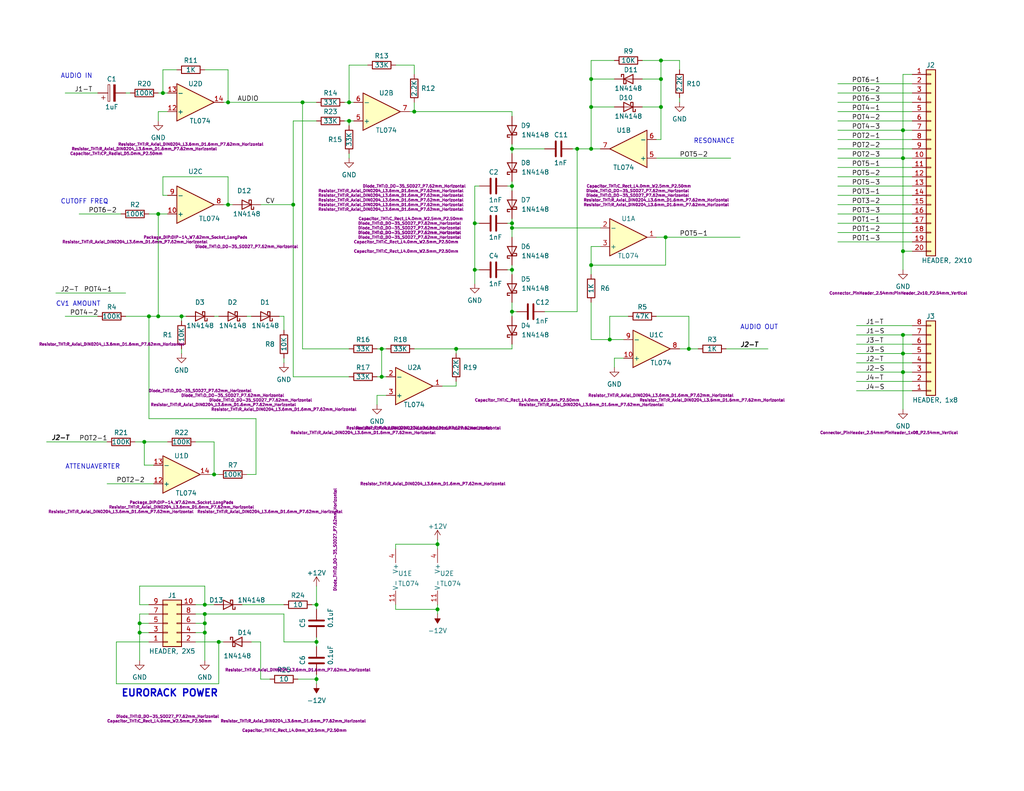
<source format=kicad_sch>
(kicad_sch (version 20211123) (generator eeschema)
  (paper "A")
  (title_block (title "VOLTAGE CONTROLLED FILTER") (date "2022-10-21") (rev "1"))
  (lib_symbols
    (symbol "Amplifier_Operational:TL074" (pin_names (offset 0.127))
      (property "Reference" "U" (at 0 5.08 0))
      (property "Value" "TL074" (at 0 -5.08 0))
      (symbol "TL074_1_1"
        (polyline (pts (xy -5.08 5.08) (xy 5.08 0) (xy -5.08 -5.08) (xy -5.08 5.08)) (stroke (width 0.254)) (fill (type background)))
        (pin output line (at 7.62 0 180) (length 2.54) (name "~") (number "1"))
        (pin input line (at -7.62 -2.54 0) (length 2.54) (name "-") (number "2"))
        (pin input line (at -7.62 2.54 0) (length 2.54) (name "+") (number "3"))
      )
      (symbol "TL074_2_1"
        (polyline (pts (xy -5.08 5.08) (xy 5.08 0) (xy -5.08 -5.08) (xy -5.08 5.08)) (stroke (width 0.254)) (fill (type background)))
        (pin input line (at -7.62 2.54 0) (length 2.54) (name "+") (number "5"))
        (pin input line (at -7.62 -2.54 0) (length 2.54) (name "-") (number "6"))
        (pin output line (at 7.62 0 180) (length 2.54) (name "~") (number "7"))
      )
      (symbol "TL074_3_1"
        (polyline (pts (xy -5.08 5.08) (xy 5.08 0) (xy -5.08 -5.08) (xy -5.08 5.08)) (stroke (width 0.254)) (fill (type background)))
        (pin input line (at -7.62 2.54 0) (length 2.54) (name "+") (number "10"))
        (pin output line (at 7.62 0 180) (length 2.54) (name "~") (number "8"))
        (pin input line (at -7.62 -2.54 0) (length 2.54) (name "-") (number "9"))
      )
      (symbol "TL074_4_1"
        (polyline (pts (xy -5.08 5.08) (xy 5.08 0) (xy -5.08 -5.08) (xy -5.08 5.08)) (stroke (width 0.254)) (fill (type background)))
        (pin input line (at -7.62 2.54 0) (length 2.54) (name "+") (number "12"))
        (pin input line (at -7.62 -2.54 0) (length 2.54) (name "-") (number "13"))
        (pin output line (at 7.62 0 180) (length 2.54) (name "~") (number "14"))
      )
      (symbol "TL074_5_1"
        (pin power_in line (at -2.54 -7.62 90) (length 3.81) (name "V-") (number "11"))
        (pin power_in line (at -2.54 7.62 270) (length 3.81) (name "V+") (number "4"))
      )
    )
    (symbol "Connector_Generic:Conn_01x08" (pin_names (offset 1.016) hide)
      (property "Reference" "J" (at 0 10.16 0))
      (property "Value" "Conn_01x08" (at 0 -12.7 0))
      (symbol "Conn_01x08_1_1"
        (rectangle (start -1.27 -10.033) (end 0 -10.287) (stroke (width 0.1524)))
        (rectangle (start -1.27 -7.493) (end 0 -7.747) (stroke (width 0.1524)))
        (rectangle (start -1.27 -4.953) (end 0 -5.207) (stroke (width 0.1524)))
        (rectangle (start -1.27 -2.413) (end 0 -2.667) (stroke (width 0.1524)))
        (rectangle (start -1.27 0.127) (end 0 -0.127) (stroke (width 0.1524)))
        (rectangle (start -1.27 2.667) (end 0 2.413) (stroke (width 0.1524)))
        (rectangle (start -1.27 5.207) (end 0 4.953) (stroke (width 0.1524)))
        (rectangle (start -1.27 7.747) (end 0 7.493) (stroke (width 0.1524)))
        (rectangle (start -1.27 8.89) (end 1.27 -11.43) (stroke (width 0.254)) (fill (type background)))
        (pin passive line (at -5.08 7.62 0) (length 3.81) (name "Pin_1") (number "1"))
        (pin passive line (at -5.08 5.08 0) (length 3.81) (name "Pin_2") (number "2"))
        (pin passive line (at -5.08 2.54 0) (length 3.81) (name "Pin_3") (number "3"))
        (pin passive line (at -5.08 0 0) (length 3.81) (name "Pin_4") (number "4"))
        (pin passive line (at -5.08 -2.54 0) (length 3.81) (name "Pin_5") (number "5"))
        (pin passive line (at -5.08 -5.08 0) (length 3.81) (name "Pin_6") (number "6"))
        (pin passive line (at -5.08 -7.62 0) (length 3.81) (name "Pin_7") (number "7"))
        (pin passive line (at -5.08 -10.16 0) (length 3.81) (name "Pin_8") (number "8"))
      )
    )
    (symbol "Connector_Generic:Conn_01x20" (pin_names (offset 1.016) hide)
      (property "Reference" "J" (at 0 25.4 0))
      (property "Value" "Conn_01x20" (at 0 -27.94 0))
      (symbol "Conn_01x20_1_1"
        (rectangle (start -1.27 -25.273) (end 0 -25.527) (stroke (width 0.1524)))
        (rectangle (start -1.27 -22.733) (end 0 -22.987) (stroke (width 0.1524)))
        (rectangle (start -1.27 -20.193) (end 0 -20.447) (stroke (width 0.1524)))
        (rectangle (start -1.27 -17.653) (end 0 -17.907) (stroke (width 0.1524)))
        (rectangle (start -1.27 -15.113) (end 0 -15.367) (stroke (width 0.1524)))
        (rectangle (start -1.27 -12.573) (end 0 -12.827) (stroke (width 0.1524)))
        (rectangle (start -1.27 -10.033) (end 0 -10.287) (stroke (width 0.1524)))
        (rectangle (start -1.27 -7.493) (end 0 -7.747) (stroke (width 0.1524)))
        (rectangle (start -1.27 -4.953) (end 0 -5.207) (stroke (width 0.1524)))
        (rectangle (start -1.27 -2.413) (end 0 -2.667) (stroke (width 0.1524)))
        (rectangle (start -1.27 0.127) (end 0 -0.127) (stroke (width 0.1524)))
        (rectangle (start -1.27 2.667) (end 0 2.413) (stroke (width 0.1524)))
        (rectangle (start -1.27 5.207) (end 0 4.953) (stroke (width 0.1524)))
        (rectangle (start -1.27 7.747) (end 0 7.493) (stroke (width 0.1524)))
        (rectangle (start -1.27 10.287) (end 0 10.033) (stroke (width 0.1524)))
        (rectangle (start -1.27 12.827) (end 0 12.573) (stroke (width 0.1524)))
        (rectangle (start -1.27 15.367) (end 0 15.113) (stroke (width 0.1524)))
        (rectangle (start -1.27 17.907) (end 0 17.653) (stroke (width 0.1524)))
        (rectangle (start -1.27 20.447) (end 0 20.193) (stroke (width 0.1524)))
        (rectangle (start -1.27 22.987) (end 0 22.733) (stroke (width 0.1524)))
        (rectangle (start -1.27 24.13) (end 1.27 -26.67) (stroke (width 0.254)) (fill (type background)))
        (pin passive line (at -5.08 22.86 0) (length 3.81) (name "Pin_1") (number "1"))
        (pin passive line (at -5.08 0 0) (length 3.81) (name "Pin_10") (number "10"))
        (pin passive line (at -5.08 -2.54 0) (length 3.81) (name "Pin_11") (number "11"))
        (pin passive line (at -5.08 -5.08 0) (length 3.81) (name "Pin_12") (number "12"))
        (pin passive line (at -5.08 -7.62 0) (length 3.81) (name "Pin_13") (number "13"))
        (pin passive line (at -5.08 -10.16 0) (length 3.81) (name "Pin_14") (number "14"))
        (pin passive line (at -5.08 -12.7 0) (length 3.81) (name "Pin_15") (number "15"))
        (pin passive line (at -5.08 -15.24 0) (length 3.81) (name "Pin_16") (number "16"))
        (pin passive line (at -5.08 -17.78 0) (length 3.81) (name "Pin_17") (number "17"))
        (pin passive line (at -5.08 -20.32 0) (length 3.81) (name "Pin_18") (number "18"))
        (pin passive line (at -5.08 -22.86 0) (length 3.81) (name "Pin_19") (number "19"))
        (pin passive line (at -5.08 20.32 0) (length 3.81) (name "Pin_2") (number "2"))
        (pin passive line (at -5.08 -25.4 0) (length 3.81) (name "Pin_20") (number "20"))
        (pin passive line (at -5.08 17.78 0) (length 3.81) (name "Pin_3") (number "3"))
        (pin passive line (at -5.08 15.24 0) (length 3.81) (name "Pin_4") (number "4"))
        (pin passive line (at -5.08 12.7 0) (length 3.81) (name "Pin_5") (number "5"))
        (pin passive line (at -5.08 10.16 0) (length 3.81) (name "Pin_6") (number "6"))
        (pin passive line (at -5.08 7.62 0) (length 3.81) (name "Pin_7") (number "7"))
        (pin passive line (at -5.08 5.08 0) (length 3.81) (name "Pin_8") (number "8"))
        (pin passive line (at -5.08 2.54 0) (length 3.81) (name "Pin_9") (number "9"))
      )
    )
    (symbol "Connector_Generic:Conn_02x05_Odd_Even" (pin_names (offset 1.016) hide)
      (property "Reference" "J" (at 1.27 7.62 0))
      (property "Value" "Conn_02x05_Odd_Even" (at 1.27 -7.62 0))
      (symbol "Conn_02x05_Odd_Even_1_1"
        (rectangle (start -1.27 -4.953) (end 0 -5.207) (stroke (width 0.1524)))
        (rectangle (start -1.27 -2.413) (end 0 -2.667) (stroke (width 0.1524)))
        (rectangle (start -1.27 0.127) (end 0 -0.127) (stroke (width 0.1524)))
        (rectangle (start -1.27 2.667) (end 0 2.413) (stroke (width 0.1524)))
        (rectangle (start -1.27 5.207) (end 0 4.953) (stroke (width 0.1524)))
        (rectangle (start -1.27 6.35) (end 3.81 -6.35) (stroke (width 0.254)) (fill (type background)))
        (rectangle (start 3.81 -4.953) (end 2.54 -5.207) (stroke (width 0.1524)))
        (rectangle (start 3.81 -2.413) (end 2.54 -2.667) (stroke (width 0.1524)))
        (rectangle (start 3.81 0.127) (end 2.54 -0.127) (stroke (width 0.1524)))
        (rectangle (start 3.81 2.667) (end 2.54 2.413) (stroke (width 0.1524)))
        (rectangle (start 3.81 5.207) (end 2.54 4.953) (stroke (width 0.1524)))
        (pin passive line (at -5.08 5.08 0) (length 3.81) (name "Pin_1") (number "1"))
        (pin passive line (at 7.62 -5.08 180) (length 3.81) (name "Pin_10") (number "10"))
        (pin passive line (at 7.62 5.08 180) (length 3.81) (name "Pin_2") (number "2"))
        (pin passive line (at -5.08 2.54 0) (length 3.81) (name "Pin_3") (number "3"))
        (pin passive line (at 7.62 2.54 180) (length 3.81) (name "Pin_4") (number "4"))
        (pin passive line (at -5.08 0 0) (length 3.81) (name "Pin_5") (number "5"))
        (pin passive line (at 7.62 0 180) (length 3.81) (name "Pin_6") (number "6"))
        (pin passive line (at -5.08 -2.54 0) (length 3.81) (name "Pin_7") (number "7"))
        (pin passive line (at 7.62 -2.54 180) (length 3.81) (name "Pin_8") (number "8"))
        (pin passive line (at -5.08 -5.08 0) (length 3.81) (name "Pin_9") (number "9"))
      )
    )
    (symbol "Device:C" (pin_numbers hide) (pin_names (offset 0.254))
      (property "Reference" "C" (at 0.635 2.54 0))
      (property "Value" "C" (at 0.635 -2.54 0))
      (symbol "C_0_1"
        (polyline (pts (xy -2.032 -0.762) (xy 2.032 -0.762)) (stroke (width 0.508)))
        (polyline (pts (xy -2.032 0.762) (xy 2.032 0.762)) (stroke (width 0.508)))
      )
      (symbol "C_1_1"
        (pin passive line (at 0 3.81 270) (length 2.794) (name "~") (number "1"))
        (pin passive line (at 0 -3.81 90) (length 2.794) (name "~") (number "2"))
      )
    )
    (symbol "Device:C_Polarized" (pin_numbers hide) (pin_names (offset 0.254))
      (property "Reference" "C" (at 0.635 2.54 0))
      (property "Value" "C_Polarized" (at 0.635 -2.54 0))
      (symbol "C_Polarized_0_1"
        (rectangle (start -2.286 0.508) (end 2.286 1.016))
        (polyline (pts (xy -1.778 2.286) (xy -0.762 2.286)))
        (polyline (pts (xy -1.27 2.794) (xy -1.27 1.778)))
        (rectangle (start 2.286 -0.508) (end -2.286 -1.016) (fill (type outline)))
      )
      (symbol "C_Polarized_1_1"
        (pin passive line (at 0 3.81 270) (length 2.794) (name "~") (number "1"))
        (pin passive line (at 0 -3.81 90) (length 2.794) (name "~") (number "2"))
      )
    )
    (symbol "Device:D_Schottky" (pin_numbers hide) (pin_names (offset 1.016) hide)
      (property "Reference" "D" (at 0 2.54 0))
      (property "Value" "D_Schottky" (at 0 -2.54 0))
      (symbol "D_Schottky_0_1"
        (polyline (pts (xy 1.27 0) (xy -1.27 0)))
        (polyline (pts (xy 1.27 1.27) (xy 1.27 -1.27) (xy -1.27 0) (xy 1.27 1.27)) (stroke (width 0.254)))
        (polyline (pts (xy -1.905 0.635) (xy -1.905 1.27) (xy -1.27 1.27) (xy -1.27 -1.27) (xy -0.635 -1.27) (xy -0.635 -0.635)) (stroke (width 0.254)))
      )
      (symbol "D_Schottky_1_1"
        (pin passive line (at -3.81 0 0) (length 2.54) (name "K") (number "1"))
        (pin passive line (at 3.81 0 180) (length 2.54) (name "A") (number "2"))
      )
    )
    (symbol "Device:R" (pin_numbers hide) (pin_names (offset 0))
      (property "Reference" "R" (at 2.032 0 90))
      (property "Value" "R" (at 0 0 90))
      (symbol "R_0_1"
        (rectangle (start -1.016 -2.54) (end 1.016 2.54) (stroke (width 0.254)))
      )
      (symbol "R_1_1"
        (pin passive line (at 0 3.81 270) (length 1.27) (name "~") (number "1"))
        (pin passive line (at 0 -3.81 90) (length 1.27) (name "~") (number "2"))
      )
    )
    (symbol "power:+12V" (power) (pin_names (offset 0))
      (property "Value" "+12V" (at 0 3.556 0))
      (symbol "+12V_0_1"
        (polyline (pts (xy -0.762 1.27) (xy 0 2.54)))
        (polyline (pts (xy 0 0) (xy 0 2.54)))
        (polyline (pts (xy 0 2.54) (xy 0.762 1.27)))
      )
      (symbol "+12V_1_1"
        (pin power_in line (at 0 0 90) (length 0) hide (name "+12V") (number "1"))
      )
    )
    (symbol "power:-12V" (power) (pin_names (offset 0))
      (property "Value" "-12V" (at 0 3.81 0))
      (symbol "-12V_0_0"
        (pin power_in line (at 0 0 90) (length 0) hide (name "-12V") (number "1"))
      )
      (symbol "-12V_0_1"
        (polyline (pts (xy 0 0) (xy 0 1.27) (xy 0.762 1.27) (xy 0 2.54) (xy -0.762 1.27) (xy 0 1.27)) (fill (type outline)))
      )
    )
    (symbol "power:GND" (power) (pin_names (offset 0))
      (property "Value" "GND" (at 0 -3.81 0))
      (symbol "GND_0_1"
        (polyline (pts (xy 0 0) (xy 0 -1.27) (xy 1.27 -1.27) (xy 0 -2.54) (xy -1.27 -1.27) (xy 0 -1.27)))
      )
      (symbol "GND_1_1"
        (pin power_in line (at 0 0 270) (length 0) hide (name "GND") (number "1"))
      )
    )
  )
  (junction (at 49.53 86.36))
  (junction (at 104.14 102.87))
  (junction (at 62.23 27.94))
  (junction (at 44.45 25.4))
  (junction (at 82.55 27.94))
  (junction (at 124.46 95.25))
  (junction (at 161.29 29.21))
  (junction (at 55.88 172.72))
  (junction (at 95.25 33.02))
  (junction (at 55.88 170.18))
  (junction (at 55.88 167.64))
  (junction (at 139.7 62.23))
  (junction (at 139.7 85.09))
  (junction (at 246.38 101.6))
  (junction (at 86.36 175.26))
  (junction (at 139.7 50.8))
  (junction (at 246.38 96.52))
  (junction (at 166.37 92.71))
  (junction (at 80.01 55.88))
  (junction (at 86.36 165.1))
  (junction (at 246.38 68.58))
  (junction (at 246.38 43.18))
  (junction (at 180.34 21.59))
  (junction (at 86.36 185.42))
  (junction (at 39.37 120.65))
  (junction (at 58.42 129.54))
  (junction (at 161.29 72.39))
  (junction (at 161.29 40.64))
  (junction (at 55.88 165.1))
  (junction (at 38.1 170.18))
  (junction (at 62.23 55.88))
  (junction (at 181.61 64.77))
  (junction (at 43.18 58.42))
  (junction (at 180.34 29.21))
  (junction (at 180.34 16.51))
  (junction (at 246.38 35.56))
  (junction (at 129.54 73.66))
  (junction (at 38.1 172.72))
  (junction (at 246.38 91.44))
  (junction (at 139.7 60.96))
  (junction (at 104.14 95.25))
  (junction (at 119.38 148.59))
  (junction (at 161.29 21.59))
  (junction (at 59.69 175.26))
  (junction (at 129.54 60.96))
  (junction (at 113.03 30.48))
  (junction (at 95.25 27.94))
  (junction (at 43.18 86.36))
  (junction (at 119.38 166.37))
  (junction (at 139.7 40.64))
  (junction (at 157.48 40.64))
  (junction (at 139.7 73.66))
  (junction (at 187.96 95.25))
  (junction (at 40.64 86.36))
  (wire (pts (xy 55.88 170.18) (xy 55.88 172.72)))
  (wire (pts (xy 58.42 120.65) (xy 53.34 120.65)))
  (wire (pts (xy 139.7 64.77) (xy 139.7 62.23)))
  (wire (pts (xy 95.25 33.02) (xy 95.25 34.29)))
  (wire (pts (xy 246.38 43.18) (xy 248.92 43.18)))
  (wire (pts (xy 130.81 50.8) (xy 129.54 50.8)))
  (wire (pts (xy 49.53 86.36) (xy 49.53 87.63)))
  (wire (pts (xy 82.55 27.94) (xy 86.36 27.94)))
  (wire (pts (xy 166.37 92.71) (xy 166.37 86.36)))
  (wire (pts (xy 228.6 55.88) (xy 248.92 55.88)))
  (wire (pts (xy 161.29 72.39) (xy 161.29 74.93)))
  (wire (pts (xy 187.96 95.25) (xy 187.96 86.36)))
  (wire (pts (xy 233.68 106.68) (xy 248.92 106.68)))
  (wire (pts (xy 246.38 20.32) (xy 246.38 35.56)))
  (wire (pts (xy 248.92 20.32) (xy 246.38 20.32)))
  (wire (pts (xy 233.68 91.44) (xy 246.38 91.44)))
  (wire (pts (xy 113.03 17.78) (xy 107.95 17.78)))
  (wire (pts (xy 139.7 50.8) (xy 139.7 49.53)))
  (wire (pts (xy 233.68 93.98) (xy 248.92 93.98)))
  (wire (pts (xy 39.37 120.65) (xy 39.37 127)))
  (wire (pts (xy 161.29 40.64) (xy 163.83 40.64)))
  (wire (pts (xy 228.6 22.86) (xy 248.92 22.86)))
  (wire (pts (xy 35.56 25.4) (xy 34.29 25.4)))
  (wire (pts (xy 62.23 19.05) (xy 55.88 19.05)))
  (wire (pts (xy 228.6 48.26) (xy 248.92 48.26)))
  (wire (pts (xy 81.28 185.42) (xy 86.36 185.42)))
  (wire (pts (xy 139.7 40.64) (xy 148.59 40.64)))
  (wire (pts (xy 246.38 68.58) (xy 246.38 73.66)))
  (wire (pts (xy 233.68 101.6) (xy 246.38 101.6)))
  (wire (pts (xy 59.69 86.36) (xy 58.42 86.36)))
  (wire (pts (xy 29.21 132.08) (xy 41.91 132.08)))
  (wire (pts (xy 45.72 30.48) (xy 43.18 30.48)))
  (wire (pts (xy 62.23 27.94) (xy 62.23 19.05)))
  (wire (pts (xy 95.25 27.94) (xy 96.52 27.94)))
  (wire (pts (xy 53.34 165.1) (xy 55.88 165.1)))
  (wire (pts (xy 228.6 40.64) (xy 248.92 40.64)))
  (wire (pts (xy 44.45 53.34) (xy 45.72 53.34)))
  (wire (pts (xy 161.29 16.51) (xy 167.64 16.51)))
  (wire (pts (xy 246.38 91.44) (xy 246.38 96.52)))
  (wire (pts (xy 59.69 175.26) (xy 60.96 175.26)))
  (wire (pts (xy 38.1 172.72) (xy 40.64 172.72)))
  (wire (pts (xy 228.6 27.94) (xy 248.92 27.94)))
  (wire (pts (xy 113.03 27.94) (xy 113.03 30.48)))
  (wire (pts (xy 246.38 101.6) (xy 248.92 101.6)))
  (wire (pts (xy 119.38 166.37) (xy 107.95 166.37)))
  (wire (pts (xy 187.96 95.25) (xy 190.5 95.25)))
  (wire (pts (xy 86.36 160.02) (xy 86.36 165.1)))
  (wire (pts (xy 39.37 120.65) (xy 45.72 120.65)))
  (wire (pts (xy 228.6 38.1) (xy 248.92 38.1)))
  (wire (pts (xy 113.03 95.25) (xy 124.46 95.25)))
  (wire (pts (xy 228.6 35.56) (xy 246.38 35.56)))
  (wire (pts (xy 104.14 95.25) (xy 105.41 95.25)))
  (wire (pts (xy 86.36 175.26) (xy 86.36 173.99)))
  (wire (pts (xy 228.6 45.72) (xy 248.92 45.72)))
  (wire (pts (xy 107.95 148.59) (xy 119.38 148.59)))
  (wire (pts (xy 58.42 129.54) (xy 59.69 129.54)))
  (wire (pts (xy 119.38 167.64) (xy 119.38 166.37)))
  (wire (pts (xy 175.26 29.21) (xy 180.34 29.21)))
  (wire (pts (xy 139.7 73.66) (xy 139.7 72.39)))
  (wire (pts (xy 38.1 170.18) (xy 40.64 170.18)))
  (wire (pts (xy 180.34 16.51) (xy 185.42 16.51)))
  (wire (pts (xy 69.85 129.54) (xy 69.85 114.3)))
  (wire (pts (xy 228.6 60.96) (xy 248.92 60.96)))
  (wire (pts (xy 175.26 21.59) (xy 180.34 21.59)))
  (wire (pts (xy 228.6 63.5) (xy 248.92 63.5)))
  (wire (pts (xy 139.7 52.07) (xy 139.7 50.8)))
  (wire (pts (xy 228.6 33.02) (xy 248.92 33.02)))
  (wire (pts (xy 86.36 33.02) (xy 80.01 33.02)))
  (wire (pts (xy 21.59 58.42) (xy 33.02 58.42)))
  (wire (pts (xy 161.29 82.55) (xy 161.29 92.71)))
  (wire (pts (xy 44.45 25.4) (xy 44.45 19.05)))
  (wire (pts (xy 93.98 27.94) (xy 95.25 27.94)))
  (wire (pts (xy 124.46 95.25) (xy 124.46 96.52)))
  (wire (pts (xy 86.36 165.1) (xy 86.36 166.37)))
  (wire (pts (xy 180.34 16.51) (xy 175.26 16.51)))
  (wire (pts (xy 93.98 33.02) (xy 95.25 33.02)))
  (wire (pts (xy 95.25 43.18) (xy 95.25 41.91)))
  (wire (pts (xy 43.18 86.36) (xy 40.64 86.36)))
  (wire (pts (xy 55.88 160.02) (xy 55.88 165.1)))
  (wire (pts (xy 228.6 53.34) (xy 248.92 53.34)))
  (wire (pts (xy 85.09 165.1) (xy 86.36 165.1)))
  (wire (pts (xy 49.53 86.36) (xy 50.8 86.36)))
  (wire (pts (xy 66.04 165.1) (xy 77.47 165.1)))
  (wire (pts (xy 161.29 67.31) (xy 161.29 72.39)))
  (wire (pts (xy 161.29 21.59) (xy 161.29 16.51)))
  (wire (pts (xy 111.76 30.48) (xy 113.03 30.48)))
  (wire (pts (xy 59.69 186.69) (xy 59.69 175.26)))
  (wire (pts (xy 129.54 60.96) (xy 129.54 73.66)))
  (wire (pts (xy 246.38 96.52) (xy 246.38 101.6)))
  (wire (pts (xy 228.6 43.18) (xy 246.38 43.18)))
  (wire (pts (xy 129.54 60.96) (xy 130.81 60.96)))
  (wire (pts (xy 17.78 86.36) (xy 26.67 86.36)))
  (wire (pts (xy 60.96 27.94) (xy 62.23 27.94)))
  (wire (pts (xy 44.45 25.4) (xy 43.18 25.4)))
  (wire (pts (xy 69.85 114.3) (xy 40.64 114.3)))
  (wire (pts (xy 228.6 50.8) (xy 248.92 50.8)))
  (wire (pts (xy 246.38 101.6) (xy 246.38 111.76)))
  (wire (pts (xy 77.47 175.26) (xy 86.36 175.26)))
  (wire (pts (xy 38.1 170.18) (xy 38.1 172.72)))
  (wire (pts (xy 67.31 129.54) (xy 69.85 129.54)))
  (wire (pts (xy 31.75 175.26) (xy 31.75 186.69)))
  (wire (pts (xy 181.61 64.77) (xy 201.93 64.77)))
  (wire (pts (xy 55.88 167.64) (xy 77.47 167.64)))
  (wire (pts (xy 119.38 147.32) (xy 119.38 148.59)))
  (wire (pts (xy 15.24 80.01) (xy 34.29 80.01)))
  (wire (pts (xy 55.88 165.1) (xy 58.42 165.1)))
  (wire (pts (xy 68.58 175.26) (xy 71.12 175.26)))
  (wire (pts (xy 180.34 29.21) (xy 180.34 38.1)))
  (wire (pts (xy 86.36 185.42) (xy 86.36 186.69)))
  (wire (pts (xy 82.55 95.25) (xy 95.25 95.25)))
  (wire (pts (xy 138.43 60.96) (xy 139.7 60.96)))
  (wire (pts (xy 53.34 170.18) (xy 55.88 170.18)))
  (wire (pts (xy 139.7 41.91) (xy 139.7 40.64)))
  (wire (pts (xy 181.61 72.39) (xy 181.61 64.77)))
  (wire (pts (xy 77.47 167.64) (xy 77.47 175.26)))
  (wire (pts (xy 139.7 82.55) (xy 139.7 85.09)))
  (wire (pts (xy 44.45 48.26) (xy 62.23 48.26)))
  (wire (pts (xy 161.29 92.71) (xy 166.37 92.71)))
  (wire (pts (xy 58.42 129.54) (xy 58.42 120.65)))
  (wire (pts (xy 233.68 104.14) (xy 248.92 104.14)))
  (wire (pts (xy 71.12 55.88) (xy 80.01 55.88)))
  (wire (pts (xy 62.23 48.26) (xy 62.23 55.88)))
  (wire (pts (xy 57.15 129.54) (xy 58.42 129.54)))
  (wire (pts (xy 138.43 73.66) (xy 139.7 73.66)))
  (wire (pts (xy 40.64 167.64) (xy 38.1 167.64)))
  (wire (pts (xy 198.12 95.25) (xy 209.55 95.25)))
  (wire (pts (xy 161.29 40.64) (xy 161.29 29.21)))
  (wire (pts (xy 55.88 172.72) (xy 55.88 180.34)))
  (wire (pts (xy 60.96 55.88) (xy 62.23 55.88)))
  (wire (pts (xy 246.38 35.56) (xy 246.38 43.18)))
  (wire (pts (xy 180.34 21.59) (xy 180.34 16.51)))
  (wire (pts (xy 82.55 27.94) (xy 82.55 95.25)))
  (wire (pts (xy 139.7 74.93) (xy 139.7 73.66)))
  (wire (pts (xy 104.14 102.87) (xy 105.41 102.87)))
  (wire (pts (xy 71.12 175.26) (xy 71.12 185.42)))
  (wire (pts (xy 119.38 166.37) (xy 119.38 165.1)))
  (wire (pts (xy 129.54 73.66) (xy 130.81 73.66)))
  (wire (pts (xy 180.34 38.1) (xy 179.07 38.1)))
  (wire (pts (xy 161.29 29.21) (xy 167.64 29.21)))
  (wire (pts (xy 102.87 102.87) (xy 104.14 102.87)))
  (wire (pts (xy 107.95 166.37) (xy 107.95 165.1)))
  (wire (pts (xy 246.38 68.58) (xy 248.92 68.58)))
  (wire (pts (xy 31.75 186.69) (xy 59.69 186.69)))
  (wire (pts (xy 77.47 99.06) (xy 77.47 97.79)))
  (wire (pts (xy 102.87 107.95) (xy 102.87 110.49)))
  (wire (pts (xy 86.36 184.15) (xy 86.36 185.42)))
  (wire (pts (xy 139.7 62.23) (xy 139.7 60.96)))
  (wire (pts (xy 43.18 30.48) (xy 43.18 33.02)))
  (wire (pts (xy 161.29 72.39) (xy 181.61 72.39)))
  (wire (pts (xy 139.7 60.96) (xy 139.7 59.69)))
  (wire (pts (xy 139.7 85.09) (xy 140.97 85.09)))
  (wire (pts (xy 44.45 19.05) (xy 48.26 19.05)))
  (wire (pts (xy 233.68 96.52) (xy 246.38 96.52)))
  (wire (pts (xy 38.1 160.02) (xy 38.1 165.1)))
  (wire (pts (xy 139.7 62.23) (xy 163.83 62.23)))
  (wire (pts (xy 113.03 17.78) (xy 113.03 20.32)))
  (wire (pts (xy 53.34 167.64) (xy 55.88 167.64)))
  (wire (pts (xy 45.72 25.4) (xy 44.45 25.4)))
  (wire (pts (xy 38.1 167.64) (xy 38.1 170.18)))
  (wire (pts (xy 167.64 97.79) (xy 170.18 97.79)))
  (wire (pts (xy 185.42 26.67) (xy 185.42 27.94)))
  (wire (pts (xy 185.42 16.51) (xy 185.42 19.05)))
  (wire (pts (xy 156.21 40.64) (xy 157.48 40.64)))
  (wire (pts (xy 166.37 92.71) (xy 170.18 92.71)))
  (wire (pts (xy 62.23 27.94) (xy 82.55 27.94)))
  (wire (pts (xy 161.29 21.59) (xy 167.64 21.59)))
  (wire (pts (xy 166.37 86.36) (xy 171.45 86.36)))
  (wire (pts (xy 138.43 50.8) (xy 139.7 50.8)))
  (wire (pts (xy 120.65 105.41) (xy 124.46 105.41)))
  (wire (pts (xy 161.29 29.21) (xy 161.29 21.59)))
  (wire (pts (xy 139.7 85.09) (xy 139.7 86.36)))
  (wire (pts (xy 76.2 86.36) (xy 77.47 86.36)))
  (wire (pts (xy 107.95 149.86) (xy 107.95 148.59)))
  (wire (pts (xy 181.61 64.77) (xy 179.07 64.77)))
  (wire (pts (xy 228.6 58.42) (xy 248.92 58.42)))
  (wire (pts (xy 167.64 100.33) (xy 167.64 97.79)))
  (wire (pts (xy 95.25 33.02) (xy 96.52 33.02)))
  (wire (pts (xy 185.42 95.25) (xy 187.96 95.25)))
  (wire (pts (xy 53.34 172.72) (xy 55.88 172.72)))
  (wire (pts (xy 53.34 175.26) (xy 59.69 175.26)))
  (wire (pts (xy 246.38 43.18) (xy 246.38 68.58)))
  (wire (pts (xy 80.01 102.87) (xy 95.25 102.87)))
  (wire (pts (xy 95.25 17.78) (xy 100.33 17.78)))
  (wire (pts (xy 40.64 114.3) (xy 40.64 86.36)))
  (wire (pts (xy 62.23 55.88) (xy 63.5 55.88)))
  (wire (pts (xy 105.41 107.95) (xy 102.87 107.95)))
  (wire (pts (xy 124.46 105.41) (xy 124.46 104.14)))
  (wire (pts (xy 17.78 25.4) (xy 26.67 25.4)))
  (wire (pts (xy 36.83 120.65) (xy 39.37 120.65)))
  (wire (pts (xy 38.1 160.02) (xy 55.88 160.02)))
  (wire (pts (xy 129.54 50.8) (xy 129.54 60.96)))
  (wire (pts (xy 80.01 33.02) (xy 80.01 55.88)))
  (wire (pts (xy 39.37 127) (xy 41.91 127)))
  (wire (pts (xy 139.7 30.48) (xy 139.7 31.75)))
  (wire (pts (xy 31.75 175.26) (xy 40.64 175.26)))
  (wire (pts (xy 80.01 55.88) (xy 80.01 102.87)))
  (wire (pts (xy 246.38 96.52) (xy 248.92 96.52)))
  (wire (pts (xy 102.87 95.25) (xy 104.14 95.25)))
  (wire (pts (xy 187.96 86.36) (xy 179.07 86.36)))
  (wire (pts (xy 95.25 27.94) (xy 95.25 17.78)))
  (wire (pts (xy 43.18 58.42) (xy 45.72 58.42)))
  (wire (pts (xy 104.14 95.25) (xy 104.14 102.87)))
  (wire (pts (xy 40.64 86.36) (xy 34.29 86.36)))
  (wire (pts (xy 228.6 66.04) (xy 248.92 66.04)))
  (wire (pts (xy 43.18 58.42) (xy 43.18 86.36)))
  (wire (pts (xy 38.1 172.72) (xy 38.1 180.34)))
  (wire (pts (xy 55.88 167.64) (xy 55.88 170.18)))
  (wire (pts (xy 233.68 88.9) (xy 248.92 88.9)))
  (wire (pts (xy 233.68 99.06) (xy 248.92 99.06)))
  (wire (pts (xy 40.64 58.42) (xy 43.18 58.42)))
  (wire (pts (xy 124.46 95.25) (xy 139.7 95.25)))
  (wire (pts (xy 157.48 40.64) (xy 157.48 85.09)))
  (wire (pts (xy 163.83 67.31) (xy 161.29 67.31)))
  (wire (pts (xy 129.54 73.66) (xy 129.54 77.47)))
  (wire (pts (xy 68.58 86.36) (xy 67.31 86.36)))
  (wire (pts (xy 86.36 175.26) (xy 86.36 176.53)))
  (wire (pts (xy 246.38 35.56) (xy 248.92 35.56)))
  (wire (pts (xy 180.34 29.21) (xy 180.34 21.59)))
  (wire (pts (xy 71.12 185.42) (xy 73.66 185.42)))
  (wire (pts (xy 43.18 86.36) (xy 49.53 86.36)))
  (wire (pts (xy 77.47 86.36) (xy 77.47 90.17)))
  (wire (pts (xy 157.48 40.64) (xy 161.29 40.64)))
  (wire (pts (xy 49.53 96.52) (xy 49.53 95.25)))
  (wire (pts (xy 139.7 40.64) (xy 139.7 39.37)))
  (wire (pts (xy 119.38 148.59) (xy 119.38 149.86)))
  (wire (pts (xy 228.6 25.4) (xy 248.92 25.4)))
  (wire (pts (xy 246.38 91.44) (xy 248.92 91.44)))
  (wire (pts (xy 179.07 43.18) (xy 199.39 43.18)))
  (wire (pts (xy 12.7 120.65) (xy 29.21 120.65)))
  (wire (pts (xy 44.45 53.34) (xy 44.45 48.26)))
  (wire (pts (xy 40.64 165.1) (xy 38.1 165.1)))
  (wire (pts (xy 157.48 85.09) (xy 148.59 85.09)))
  (wire (pts (xy 139.7 95.25) (xy 139.7 93.98)))
  (wire (pts (xy 113.03 30.48) (xy 139.7 30.48)))
  (wire (pts (xy 228.6 30.48) (xy 248.92 30.48)))
  (text "AUDIO OUT" (at 201.93 90.17 0) (effects (font (size 1.27 1.27)) (justify left bottom)))
  (text "RESONANCE" (at 189.23 39.37 0) (effects (font (size 1.27 1.27)) (justify left bottom)))
  (text "ATTENUAVERTER" (at 17.78 128.27 0) (effects (font (size 1.27 1.27)) (justify left bottom)))
  (text "CUTOFF FREQ" (at 16.51 55.88 0) (effects (font (size 1.27 1.27)) (justify left bottom)))
  (text "AUDIO IN" (at 16.51 21.59 0) (effects (font (size 1.27 1.27)) (justify left bottom)))
  (text "CV1 AMOUNT" (at 15.24 83.82 0) (effects (font (size 1.27 1.27)) (justify left bottom)))
  (text "EURORACK POWER" (at 33.02 190.5 0) (effects (font (size 1.905 1.905) (thickness 0.381) bold) (justify left bottom)))
  (label "POT1-2" (at 232.41 63.5 0))
  (label "POT6-2" (at 24.13 58.42 0))
  (label "POT4-3" (at 232.41 35.56 0))
  (label "POT2-2" (at 232.41 40.64 0))
  (label "J2-T" (at 13.97 120.65 0) (effects (font (thickness 0.254) bold italic)))
  (label "J4-S" (at 236.22 106.68 0))
  (label "POT6-3" (at 232.41 27.94 0))
  (label "POT4-2" (at 19.05 86.36 0))
  (label "POT6-2" (at 232.41 25.4 0))
  (label "POT1-1" (at 232.41 60.96 0))
  (label "POT5-2" (at 185.42 43.18 0))
  (label "AUDIO" (at 64.77 27.94 0))
  (label "POT4-2" (at 232.41 33.02 0))
  (label "J2-T" (at 236.22 99.06 0))
  (label "POT5-2" (at 232.41 48.26 0))
  (label "POT1-3" (at 232.41 66.04 0))
  (label "J2-T" (at 201.93 95.25 0) (effects (font (thickness 0.254) bold italic)))
  (label "J1-T" (at 236.22 88.9 0))
  (label "POT2-1" (at 232.41 38.1 0))
  (label "POT2-3" (at 232.41 43.18 0))
  (label "POT3-1" (at 232.41 53.34 0))
  (label "J3-S" (at 236.22 96.52 0))
  (label "CV" (at 72.39 55.88 0))
  (label "POT2-1" (at 21.59 120.65 0))
  (label "POT5-1" (at 185.42 64.77 0))
  (label "POT4-1" (at 22.86 80.01 0))
  (label "POT6-1" (at 232.41 22.86 0))
  (label "J1-T" (at 20.32 25.4 0))
  (label "POT3-2" (at 232.41 55.88 0))
  (label "J4-T" (at 236.22 104.14 0))
  (label "POT3-3" (at 232.41 58.42 0))
  (label "POT4-1" (at 232.41 30.48 0))
  (label "POT5-3" (at 232.41 50.8 0))
  (label "J2-S" (at 236.22 101.6 0))
  (label "POT5-1" (at 232.41 45.72 0))
  (label "J2-T" (at 16.51 80.01 0))
  (label "J3-T" (at 236.22 93.98 0))
  (label "POT2-2" (at 31.75 132.08 0))
  (label "J1-S" (at 236.22 91.44 0))
  (symbol (lib_id "Device:D_Schottky") (at 64.77 175.26 0) (unit 1)
    (property "Reference" "D14" (at 64.77 172.72 0) (effects (justify left)))
    (property "Value" "1N4148" (at 60.96 179.07 0) (effects (justify left)))
    (property "Footprint" "Diode_THT:D_DO-35_SOD27_P7.62mm_Horizontal" (at 91.44 147.32 90) (effects (font (size 0.762 0.762))))
  )
  (symbol (lib_id "Device:R") (at 39.37 25.4 90) (unit 1)
    (property "Reference" "R20" (at 39.37 22.86 90))
    (property "Value" "100K" (at 39.37 25.4 90))
    (property "Footprint" "Resistor_THT:R_Axial_DIN0204_L3.6mm_D1.6mm_P7.62mm_Horizontal" (at 39.37 40.64 90) (effects (font (size 0.762 0.762))))
  )
  (symbol (lib_id "Device:D_Schottky") (at 67.31 55.88 180) (unit 1)
    (property "Reference" "D12" (at 68.58 52.07 0) (effects (justify left)))
    (property "Value" "1N4148" (at 71.12 58.42 0) (effects (justify left)))
    (property "Footprint" "Diode_THT:D_DO-35_SOD27_P7.62mm_Horizontal" (at 67.31 67.31 0) (effects (font (size 0.762 0.762))))
  )
  (symbol (lib_id "Device:R") (at 36.83 58.42 90) (unit 1)
    (property "Reference" "R2" (at 36.83 55.88 90))
    (property "Value" "100K" (at 36.83 58.42 90))
    (property "Footprint" "Resistor_THT:R_Axial_DIN0204_L3.6mm_D1.6mm_P7.62mm_Horizontal" (at 36.83 66.04 90) (effects (font (size 0.762 0.762))))
  )
  (symbol (lib_id "Device:R") (at 33.02 120.65 90) (unit 1)
    (property "Reference" "R21" (at 33.02 118.11 90))
    (property "Value" "100K" (at 33.02 120.65 90))
    (property "Footprint" "Resistor_THT:R_Axial_DIN0204_L3.6mm_D1.6mm_P7.62mm_Horizontal" (at 33.02 139.7 90) (effects (font (size 0.762 0.762))))
  )
  (symbol (lib_id "Device:D_Schottky") (at 171.45 29.21 180) (unit 1)
    (property "Reference" "D10" (at 172.72 26.67 0) (effects (justify left)))
    (property "Value" "1N4148" (at 175.26 31.75 0) (effects (justify left)))
    (property "Footprint" "Diode_THT:D_DO-35_SOD27_P7.62mm_Horizontal" (at 173.99 52.07 0) (effects (font (size 0.762 0.762))))
  )
  (symbol (lib_id "Device:R") (at 124.46 100.33 180) (unit 1)
    (property "Reference" "R19" (at 128.27 100.33 0))
    (property "Value" "2.2K" (at 124.46 100.33 90))
    (property "Footprint" "Resistor_THT:R_Axial_DIN0204_L3.6mm_D1.6mm_P7.62mm_Horizontal" (at 118.11 132.08 0) (effects (font (size 0.762 0.762))))
  )
  (symbol (lib_id "Device:D_Schottky") (at 139.7 55.88 90) (unit 1)
    (property "Reference" "D7" (at 144.78 54.61 90) (effects (justify left)))
    (property "Value" "1N4148" (at 149.86 57.15 90) (effects (justify left)))
    (property "Footprint" "Diode_THT:D_DO-35_SOD27_P7.62mm_Horizontal" (at 111.76 62.23 90) (effects (font (size 0.762 0.762))))
  )
  (symbol (lib_id "Device:R") (at 161.29 78.74 180) (unit 1)
    (property "Reference" "R6" (at 165.1 78.74 0))
    (property "Value" "1K" (at 161.29 78.74 90))
    (property "Footprint" "Resistor_THT:R_Axial_DIN0204_L3.6mm_D1.6mm_P7.62mm_Horizontal" (at 161.29 110.49 0) (effects (font (size 0.762 0.762))))
  )
  (symbol (lib_id "Device:C") (at 144.78 85.09 270) (unit 1)
    (property "Reference" "C12" (at 146.05 82.55 90) (effects (justify left)))
    (property "Value" "1nF" (at 146.05 87.63 90) (effects (justify left)))
    (property "Footprint" "Capacitor_THT:C_Rect_L4.0mm_W2.5mm_P2.50mm" (at 129.54 109.22 90) (effects (font (size 0.762 0.762)) (justify left)))
  )
  (symbol (lib_id "Device:C") (at 134.62 50.8 270) (unit 1)
    (property "Reference" "C2" (at 133.35 46.99 90) (effects (justify left)))
    (property "Value" "1nF" (at 133.35 54.61 90) (effects (justify left)))
    (property "Footprint" "Capacitor_THT:C_Rect_L4.0mm_W2.5mm_P2.50mm" (at 97.79 59.69 90) (effects (font (size 0.762 0.762)) (justify left)))
  )
  (symbol (lib_id "Device:D_Schottky") (at 54.61 86.36 180) (unit 1)
    (property "Reference" "D3" (at 55.88 82.55 0) (effects (justify left)))
    (property "Value" "1N4148" (at 58.42 88.9 0) (effects (justify left)))
    (property "Footprint" "Diode_THT:D_DO-35_SOD27_P7.62mm_Horizontal" (at 54.61 106.68 0) (effects (font (size 0.762 0.762))))
  )
  (symbol (lib_id "power:GND") (at 55.88 180.34 0) (unit 1)
    (property "Reference" "#PWR0108" (effects hide))
    (property "Value" "GND" (at 55.88 184.9025 0))
  )
  (symbol (lib_id "power:+12V") (at 119.38 147.32 0) (unit 1)
    (property "Reference" "#PWR0118" (effects hide))
    (property "Value" "+12V" (at 119.38 143.7155 0))
  )
  (symbol (lib_id "Device:R") (at 175.26 86.36 90) (unit 1)
    (property "Reference" "R5" (at 175.26 83.82 90))
    (property "Value" "47K" (at 175.26 86.36 90))
    (property "Footprint" "Resistor_THT:R_Axial_DIN0204_L3.6mm_D1.6mm_P7.62mm_Horizontal" (at 180.34 107.95 90) (effects (font (size 0.762 0.762))))
  )
  (symbol (lib_id "Amplifier_Operational:TL074") (at 104.14 30.48 0) (mirror x) (unit 2)
    (property "Reference" "U2" (at 105.41 25.4 0))
    (property "Value" "TL074" (at 105.41 35.56 0))
    (property "Datasheet" "http://www.ti.com/lit/ds/symlink/tl071.pdf" (effects hide))
  )
  (symbol (lib_id "power:+12V") (at 86.36 160.02 0) (unit 1)
    (property "Reference" "#PWR0115" (effects hide))
    (property "Value" "+12V" (at 86.36 156.4155 0))
  )
  (symbol (lib_id "Device:R") (at 77.47 93.98 180) (unit 1)
    (property "Reference" "R8" (at 73.66 93.98 0))
    (property "Value" "10K" (at 77.47 93.98 90))
    (property "Footprint" "Resistor_THT:R_Axial_DIN0204_L3.6mm_D1.6mm_P7.62mm_Horizontal" (at 77.47 111.76 0) (effects (font (size 0.762 0.762))))
  )
  (symbol (lib_id "Device:R") (at 90.17 27.94 90) (unit 1)
    (property "Reference" "R14" (at 90.17 25.4 90))
    (property "Value" "33K" (at 90.17 27.94 90))
    (property "Footprint" "Resistor_THT:R_Axial_DIN0204_L3.6mm_D1.6mm_P7.62mm_Horizontal" (at 106.68 52.07 90) (effects (font (size 0.762 0.762))))
  )
  (symbol (lib_id "Device:D_Schottky") (at 139.7 35.56 90) (unit 1)
    (property "Reference" "D9" (at 144.78 34.29 90) (effects (justify left)))
    (property "Value" "1N4148" (at 149.86 36.83 90) (effects (justify left)))
    (property "Footprint" "Diode_THT:D_DO-35_SOD27_P7.62mm_Horizontal" (at 113.03 50.8 90) (effects (font (size 0.762 0.762))))
  )
  (symbol (lib_id "Device:R") (at 194.31 95.25 270) (unit 1)
    (property "Reference" "R3" (at 194.31 92.71 90))
    (property "Value" "1K" (at 194.31 95.25 90))
    (property "Footprint" "Resistor_THT:R_Axial_DIN0204_L3.6mm_D1.6mm_P7.62mm_Horizontal" (at 194.31 109.22 90) (effects (font (size 0.762 0.762))))
  )
  (symbol (lib_id "Amplifier_Operational:TL074") (at 113.03 105.41 0) (mirror x) (unit 1)
    (property "Reference" "U2" (at 113.03 100.33 0))
    (property "Value" "TL074" (at 113.03 110.49 0))
    (property "Datasheet" "http://www.ti.com/lit/ds/symlink/tl071.pdf" (effects hide))
  )
  (symbol (lib_id "Amplifier_Operational:TL074") (at 171.45 64.77 0) (mirror x) (unit 1)
    (property "Reference" "U1" (at 171.45 59.69 0))
    (property "Value" "TL074" (at 171.45 69.85 0))
    (property "Footprint" "Package_DIP:DIP-14_W7.62mm_Socket_LongPads" (effects hide))
    (property "Datasheet" "http://www.ti.com/lit/ds/symlink/tl071.pdf" (effects hide))
  )
  (symbol (lib_id "Connector_Generic:Conn_02x05_Odd_Even") (at 45.72 170.18 0) (mirror x) (unit 1)
    (property "Reference" "J1" (at 46.99 162.56 0))
    (property "Value" "HEADER, 2X5" (at 46.99 177.8 0))
    (property "Footprint" "Connector_IDC:IDC-Header_2x05_P2.54mm_Vertical" (effects hide))
  )
  (symbol (lib_id "power:GND") (at 246.38 73.66 0) (unit 1)
    (property "Reference" "#PWR0101" (effects hide))
    (property "Value" "GND" (at 246.38 78.2225 0))
  )
  (symbol (lib_id "power:GND") (at 167.64 100.33 0) (unit 1)
    (property "Reference" "#PWR0104" (effects hide))
    (property "Value" "GND" (at 167.64 104.8925 0))
  )
  (symbol (lib_id "Device:R") (at 185.42 22.86 180) (unit 1)
    (property "Reference" "R10" (at 189.23 22.86 0))
    (property "Value" "2.2K" (at 185.42 22.86 90))
    (property "Footprint" "Resistor_THT:R_Axial_DIN0204_L3.6mm_D1.6mm_P7.62mm_Horizontal" (at 179.07 54.61 0) (effects (font (size 0.762 0.762))))
  )
  (symbol (lib_id "power:GND") (at 49.53 96.52 0) (unit 1)
    (property "Reference" "#PWR0119" (effects hide))
    (property "Value" "GND" (at 49.53 101.0825 0))
  )
  (symbol (lib_id "Device:R") (at 49.53 91.44 180) (unit 1)
    (property "Reference" "R1" (at 45.72 91.44 0))
    (property "Value" "10K" (at 49.53 91.44 90))
    (property "Footprint" "Resistor_THT:R_Axial_DIN0204_L3.6mm_D1.6mm_P7.62mm_Horizontal" (at 60.96 110.49 0) (effects (font (size 0.762 0.762))))
  )
  (symbol (lib_id "Amplifier_Operational:TL074") (at 49.53 129.54 0) (mirror x) (unit 4)
    (property "Reference" "U1" (at 49.53 124.46 0))
    (property "Value" "TL074" (at 50.8 134.62 0))
    (property "Footprint" "Package_DIP:DIP-14_W7.62mm_Socket_LongPads" (at 49.53 137.16 0) (effects (font (size 0.762 0.762) bold)))
    (property "Datasheet" "http://www.ti.com/lit/ds/symlink/tl071.pdf" (effects hide))
  )
  (symbol (lib_id "Device:R") (at 52.07 19.05 90) (unit 1)
    (property "Reference" "R11" (at 52.07 16.51 90))
    (property "Value" "1K" (at 52.07 19.05 90))
    (property "Footprint" "Resistor_THT:R_Axial_DIN0204_L3.6mm_D1.6mm_P7.62mm_Horizontal" (at 52.07 39.37 90) (effects (font (size 0.762 0.762))))
  )
  (symbol (lib_id "Device:R") (at 171.45 16.51 90) (unit 1)
    (property "Reference" "R9" (at 171.45 13.97 90))
    (property "Value" "10K" (at 171.45 16.51 90))
    (property "Footprint" "Resistor_THT:R_Axial_DIN0204_L3.6mm_D1.6mm_P7.62mm_Horizontal" (at 179.07 55.88 90) (effects (font (size 0.762 0.762))))
  )
  (symbol (lib_id "Device:C") (at 134.62 60.96 270) (unit 1)
    (property "Reference" "C3" (at 133.35 57.15 90) (effects (justify left)))
    (property "Value" "1nF" (at 133.35 64.77 90) (effects (justify left)))
    (property "Footprint" "Capacitor_THT:C_Rect_L4.0mm_W2.5mm_P2.50mm" (at 96.52 66.04 90) (effects (font (size 0.762 0.762)) (justify left)))
  )
  (symbol (lib_id "Connector_Generic:Conn_01x08") (at 254 99.06 0) (mirror x) (unit 1)
    (property "Reference" "J3" (at 252.73 86.36 0) (effects (justify left)))
    (property "Value" "HEADER, 1x8" (at 248.92 109.22 0) (effects (justify left)))
    (property "Footprint" "Connector_PinHeader_2.54mm:PinHeader_1x08_P2.54mm_Vertical" (at 242.57 118.11 0) (effects (font (size 0.762 0.762))))
  )
  (symbol (lib_id "Amplifier_Operational:TL074") (at 177.8 95.25 0) (mirror x) (unit 3)
    (property "Reference" "U1" (at 179.07 91.44 0))
    (property "Value" "TL074" (at 180.34 99.06 0))
    (property "Datasheet" "http://www.ti.com/lit/ds/symlink/tl071.pdf" (effects hide))
  )
  (symbol (lib_id "Amplifier_Operational:TL074") (at 171.45 40.64 180) (unit 2)
    (property "Reference" "U1" (at 170.18 35.56 0))
    (property "Value" "TL074" (at 170.18 45.72 0))
    (property "Footprint" "Package_DIP:DIP-14_W7.62mm_Socket_LongPads" (effects hide))
    (property "Datasheet" "http://www.ti.com/lit/ds/symlink/tl071.pdf" (effects hide))
  )
  (symbol (lib_id "Device:R") (at 77.47 185.42 90) (unit 1)
    (property "Reference" "R25" (at 77.47 182.88 90))
    (property "Value" "10" (at 77.47 185.42 90))
    (property "Footprint" "Resistor_THT:R_Axial_DIN0204_L3.6mm_D1.6mm_P7.62mm_Horizontal" (at 80.01 196.85 90) (effects (font (size 0.762 0.762))))
  )
  (symbol (lib_id "power:GND") (at 102.87 110.49 0) (unit 1)
    (property "Reference" "#PWR0113" (effects hide))
    (property "Value" "GND" (at 102.87 115.0525 0))
  )
  (symbol (lib_id "Device:R") (at 95.25 38.1 180) (unit 1)
    (property "Reference" "R15" (at 91.44 38.1 0))
    (property "Value" "33K" (at 95.25 38.1 90))
    (property "Footprint" "Resistor_THT:R_Axial_DIN0204_L3.6mm_D1.6mm_P7.62mm_Horizontal" (at 106.68 57.15 0) (effects (font (size 0.762 0.762))))
  )
  (symbol (lib_id "Device:R") (at 104.14 17.78 90) (unit 1)
    (property "Reference" "R13" (at 104.14 15.24 90))
    (property "Value" "33K" (at 104.14 17.78 90))
    (property "Footprint" "Resistor_THT:R_Axial_DIN0204_L3.6mm_D1.6mm_P7.62mm_Horizontal" (at 106.68 54.61 90) (effects (font (size 0.762 0.762))))
  )
  (symbol (lib_id "Amplifier_Operational:TL074") (at 121.92 157.48 0) (unit 5)
    (property "Reference" "U2" (at 120.015 156.5715 0) (effects (justify left)))
    (property "Value" "TL074" (at 120.015 159.3466 0) (effects (justify left)))
    (property "Datasheet" "http://www.ti.com/lit/ds/symlink/tl071.pdf" (effects hide))
  )
  (symbol (lib_id "power:GND") (at 95.25 43.18 0) (unit 1)
    (property "Reference" "#PWR0112" (effects hide))
    (property "Value" "GND" (at 95.25 47.7425 0))
  )
  (symbol (lib_id "Device:D_Schottky") (at 171.45 21.59 0) (unit 1)
    (property "Reference" "D11" (at 170.18 19.05 0) (effects (justify left)))
    (property "Value" "1N4148" (at 167.64 24.13 0) (effects (justify left)))
    (property "Footprint" "Diode_THT:D_DO-35_SOD27_P7.62mm_Horizontal" (at 173.99 53.34 0) (effects (font (size 0.762 0.762))))
  )
  (symbol (lib_id "Device:R") (at 90.17 33.02 90) (unit 1)
    (property "Reference" "R23" (at 90.17 30.48 90))
    (property "Value" "33K" (at 90.17 33.02 90))
    (property "Footprint" "Resistor_THT:R_Axial_DIN0204_L3.6mm_D1.6mm_P7.62mm_Horizontal" (at 106.68 53.34 90) (effects (font (size 0.762 0.762))))
  )
  (symbol (lib_id "power:GND") (at 38.1 180.34 0) (unit 1)
    (property "Reference" "#PWR0107" (effects hide))
    (property "Value" "GND" (at 38.1 184.9025 0))
  )
  (symbol (lib_id "Amplifier_Operational:TL074") (at 53.34 27.94 0) (mirror x) (unit 4)
    (property "Reference" "U2" (at 53.34 22.86 0))
    (property "Value" "TL074" (at 54.61 33.02 0))
    (property "Footprint" "Package_DIP:DIP-14_W7.62mm_Socket_LongPads" (at 53.34 64.77 0) (effects (font (size 0.762 0.762) bold)))
    (property "Datasheet" "http://www.ti.com/lit/ds/symlink/tl071.pdf" (effects hide))
  )
  (symbol (lib_id "Device:D_Schottky") (at 72.39 86.36 180) (unit 1)
    (property "Reference" "D1" (at 73.66 82.55 0) (effects (justify left)))
    (property "Value" "1N4148" (at 76.2 88.9 0) (effects (justify left)))
    (property "Footprint" "Diode_THT:D_DO-35_SOD27_P7.62mm_Horizontal" (at 71.12 109.22 0) (effects (font (size 0.762 0.762))))
  )
  (symbol (lib_id "Device:R") (at 49.53 120.65 90) (unit 1)
    (property "Reference" "R22" (at 49.53 118.11 90))
    (property "Value" "100K" (at 49.53 120.65 90))
    (property "Footprint" "Resistor_THT:R_Axial_DIN0204_L3.6mm_D1.6mm_P7.62mm_Horizontal" (at 49.53 138.43 90) (effects (font (size 0.762 0.762))))
  )
  (symbol (lib_id "Device:C") (at 134.62 73.66 270) (unit 1)
    (property "Reference" "C4" (at 133.35 69.85 90) (effects (justify left)))
    (property "Value" "1nF" (at 133.35 77.47 90) (effects (justify left)))
    (property "Footprint" "Capacitor_THT:C_Rect_L4.0mm_W2.5mm_P2.50mm" (at 96.52 68.58 90) (effects (font (size 0.762 0.762)) (justify left)))
  )
  (symbol (lib_id "Device:D_Schottky") (at 139.7 68.58 90) (unit 1)
    (property "Reference" "D6" (at 144.78 67.31 90) (effects (justify left)))
    (property "Value" "1N4148" (at 149.86 69.85 90) (effects (justify left)))
    (property "Footprint" "Diode_THT:D_DO-35_SOD27_P7.62mm_Horizontal" (at 111.76 63.5 90) (effects (font (size 0.762 0.762))))
  )
  (symbol (lib_id "Amplifier_Operational:TL074") (at 53.34 55.88 0) (mirror x) (unit 3)
    (property "Reference" "U2" (at 53.34 46.8335 0))
    (property "Value" "TL074" (at 57.15 59.69 0))
    (property "Datasheet" "http://www.ti.com/lit/ds/symlink/tl071.pdf" (effects hide))
  )
  (symbol (lib_id "Device:R") (at 109.22 95.25 90) (unit 1)
    (property "Reference" "R18" (at 109.22 92.71 90))
    (property "Value" "33K" (at 109.22 95.25 90))
    (property "Footprint" "Resistor_THT:R_Axial_DIN0204_L3.6mm_D1.6mm_P7.62mm_Horizontal" (at 114.3 116.84 90) (effects (font (size 0.762 0.762))))
  )
  (symbol (lib_id "Device:D_Schottky") (at 139.7 90.17 90) (unit 1)
    (property "Reference" "D4" (at 144.78 88.9 90) (effects (justify left)))
    (property "Value" "1N4148" (at 149.86 91.44 90) (effects (justify left)))
    (property "Footprint" "Diode_THT:D_DO-35_SOD27_P7.62mm_Horizontal" (at 111.76 63.5 90) (effects (font (size 0.762 0.762))))
  )
  (symbol (lib_id "Device:R") (at 99.06 102.87 90) (unit 1)
    (property "Reference" "R17" (at 99.06 100.33 90))
    (property "Value" "33K" (at 99.06 102.87 90))
    (property "Footprint" "Resistor_THT:R_Axial_DIN0204_L3.6mm_D1.6mm_P7.62mm_Horizontal" (at 116.84 116.84 90) (effects (font (size 0.762 0.762))))
  )
  (symbol (lib_id "Device:R") (at 63.5 129.54 90) (unit 1)
    (property "Reference" "R7" (at 63.5 127 90))
    (property "Value" "100K" (at 63.5 129.54 90))
    (property "Footprint" "Resistor_THT:R_Axial_DIN0204_L3.6mm_D1.6mm_P7.62mm_Horizontal" (at 73.66 139.7 90) (effects (font (size 0.762 0.762))))
  )
  (symbol (lib_id "power:-12V") (at 119.38 167.64 180) (unit 1)
    (property "Reference" "#PWR0117" (effects hide))
    (property "Value" "-12V" (at 119.38 172.2025 0))
  )
  (symbol (lib_id "Device:C") (at 86.36 170.18 0) (unit 1)
    (property "Reference" "C5" (at 82.55 171.45 90) (effects (justify left)))
    (property "Value" "0.1uF" (at 90.17 171.45 90) (effects (justify left)))
    (property "Footprint" "Capacitor_THT:C_Rect_L4.0mm_W2.5mm_P2.50mm" (at 29.21 196.85 0) (effects (font (size 0.762 0.762)) (justify left)))
  )
  (symbol (lib_id "Device:D_Schottky") (at 139.7 45.72 90) (unit 1)
    (property "Reference" "D8" (at 144.78 44.45 90) (effects (justify left)))
    (property "Value" "1N4148" (at 149.86 46.99 90) (effects (justify left)))
    (property "Footprint" "Diode_THT:D_DO-35_SOD27_P7.62mm_Horizontal" (at 111.76 60.96 90) (effects (font (size 0.762 0.762))))
  )
  (symbol (lib_id "Device:D_Schottky") (at 62.23 165.1 180) (unit 1)
    (property "Reference" "D13" (at 60.96 163.83 0) (effects (justify left)))
    (property "Value" "1N4148" (at 72.39 163.83 0) (effects (justify left)))
    (property "Footprint" "Diode_THT:D_DO-35_SOD27_P7.62mm_Horizontal" (at 45.72 195.58 0) (effects (font (size 0.762 0.762))))
  )
  (symbol (lib_id "power:GND") (at 43.18 33.02 0) (unit 1)
    (property "Reference" "#PWR0111" (effects hide))
    (property "Value" "GND" (at 43.18 37.5825 0))
  )
  (symbol (lib_id "Connector_Generic:Conn_01x20") (at 254 43.18 0) (unit 1)
    (property "Reference" "J2" (at 252.73 17.78 0) (effects (justify left)))
    (property "Value" "HEADER, 2X10" (at 251.46 71.12 0) (effects (justify left)))
    (property "Footprint" "Connector_PinHeader_2.54mm:PinHeader_2x10_P2.54mm_Vertical" (at 245.11 80.01 0) (effects (font (size 0.762 0.762))))
  )
  (symbol (lib_id "Device:D_Schottky") (at 63.5 86.36 180) (unit 1)
    (property "Reference" "D2" (at 64.77 82.55 0) (effects (justify left)))
    (property "Value" "1N4148" (at 67.31 88.9 0) (effects (justify left)))
    (property "Footprint" "Diode_THT:D_DO-35_SOD27_P7.62mm_Horizontal" (at 63.5 107.95 0) (effects (font (size 0.762 0.762))))
  )
  (symbol (lib_id "Device:C") (at 152.4 40.64 270) (unit 1)
    (property "Reference" "C11" (at 151.13 36.83 90) (effects (justify left)))
    (property "Value" "1nF" (at 151.13 44.45 90) (effects (justify left)))
    (property "Footprint" "Capacitor_THT:C_Rect_L4.0mm_W2.5mm_P2.50mm" (at 160.02 50.8 90) (effects (font (size 0.762 0.762)) (justify left)))
  )
  (symbol (lib_id "power:GND") (at 129.54 77.47 0) (unit 1)
    (property "Reference" "#PWR0114" (effects hide))
    (property "Value" "GND" (at 129.54 82.0325 0))
  )
  (symbol (lib_id "Device:C_Polarized") (at 30.48 25.4 90) (unit 1)
    (property "Reference" "C1" (at 30.48 21.59 90))
    (property "Value" "1uF" (at 30.48 29.21 90))
    (property "Footprint" "Capacitor_THT:CP_Radial_D5.0mm_P2.50mm" (at 31.75 41.91 90) (effects (font (size 0.762 0.762))))
  )
  (symbol (lib_id "Device:R") (at 81.28 165.1 90) (unit 1)
    (property "Reference" "R24" (at 81.28 162.56 90))
    (property "Value" "10" (at 81.28 165.1 90))
    (property "Footprint" "Resistor_THT:R_Axial_DIN0204_L3.6mm_D1.6mm_P7.62mm_Horizontal" (at 81.28 182.88 90) (effects (font (size 0.762 0.762))))
  )
  (symbol (lib_id "Device:R") (at 113.03 24.13 180) (unit 1)
    (property "Reference" "R12" (at 116.84 24.13 0))
    (property "Value" "2.2K" (at 113.03 24.13 90))
    (property "Footprint" "Resistor_THT:R_Axial_DIN0204_L3.6mm_D1.6mm_P7.62mm_Horizontal" (at 106.68 55.88 0) (effects (font (size 0.762 0.762))))
  )
  (symbol (lib_id "power:GND") (at 246.38 111.76 0) (unit 1)
    (property "Reference" "#PWR0102" (effects hide))
    (property "Value" "GND" (at 246.38 116.3225 0))
  )
  (symbol (lib_id "Device:C") (at 86.36 180.34 0) (unit 1)
    (property "Reference" "C6" (at 82.55 181.61 90) (effects (justify left)))
    (property "Value" "0.1uF" (at 90.17 181.61 90) (effects (justify left)))
    (property "Footprint" "Capacitor_THT:C_Rect_L4.0mm_W2.5mm_P2.50mm" (at 66.04 199.39 0) (effects (font (size 0.762 0.762)) (justify left)))
  )
  (symbol (lib_id "Device:D_Schottky") (at 139.7 78.74 90) (unit 1)
    (property "Reference" "D5" (at 144.78 76.2 90) (effects (justify left)))
    (property "Value" "1N4148" (at 149.86 78.74 90) (effects (justify left)))
    (property "Footprint" "Diode_THT:D_DO-35_SOD27_P7.62mm_Horizontal" (at 111.76 64.77 90) (effects (font (size 0.762 0.762))))
  )
  (symbol (lib_id "Device:R") (at 99.06 95.25 90) (unit 1)
    (property "Reference" "R16" (at 99.06 92.71 90))
    (property "Value" "33K" (at 99.06 95.25 90))
    (property "Footprint" "Resistor_THT:R_Axial_DIN0204_L3.6mm_D1.6mm_P7.62mm_Horizontal" (at 99.06 118.11 90) (effects (font (size 0.762 0.762))))
  )
  (symbol (lib_id "power:GND") (at 185.42 27.94 0) (unit 1)
    (property "Reference" "#PWR0103" (effects hide))
    (property "Value" "GND" (at 185.42 32.5025 0))
  )
  (symbol (lib_id "power:-12V") (at 86.36 186.69 180) (unit 1)
    (property "Reference" "#PWR0106" (effects hide))
    (property "Value" "-12V" (at 86.36 191.2525 0))
  )
  (symbol (lib_id "power:GND") (at 77.47 99.06 0) (unit 1)
    (property "Reference" "#PWR0120" (effects hide))
    (property "Value" "GND" (at 77.47 103.6225 0))
  )
  (symbol (lib_id "Amplifier_Operational:TL074") (at 110.49 157.48 0) (unit 5)
    (property "Reference" "U1" (at 108.585 156.5715 0) (effects (justify left)))
    (property "Value" "TL074" (at 108.585 159.3466 0) (effects (justify left)))
    (property "Datasheet" "http://www.ti.com/lit/ds/symlink/tl071.pdf" (effects hide))
  )
  (symbol (lib_id "Device:R") (at 30.48 86.36 90) (unit 1)
    (property "Reference" "R4" (at 30.48 83.82 90))
    (property "Value" "100K" (at 30.48 86.36 90))
    (property "Footprint" "Resistor_THT:R_Axial_DIN0204_L3.6mm_D1.6mm_P7.62mm_Horizontal" (at 30.48 93.98 90) (effects (font (size 0.762 0.762))))
  )
)
</source>
